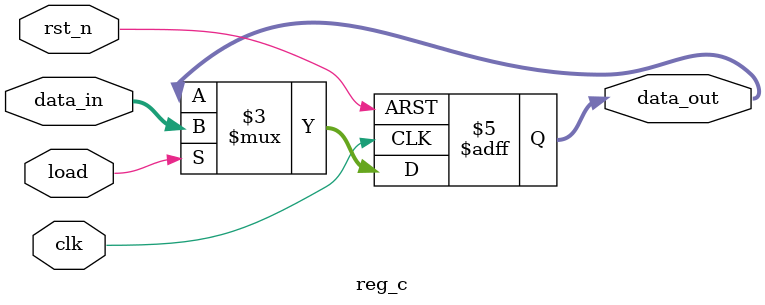
<source format=v>

module reg_c (
    input               clk,
    input               rst_n,
    input               load,
    input  signed [15:0] data_in,
    output reg signed [15:0] data_out
);
    always @(posedge clk or negedge rst_n) begin
        if (!rst_n)
            data_out <= 16'sd0;
        else if (load)
            data_out <= data_in;
    end
endmodule

</source>
